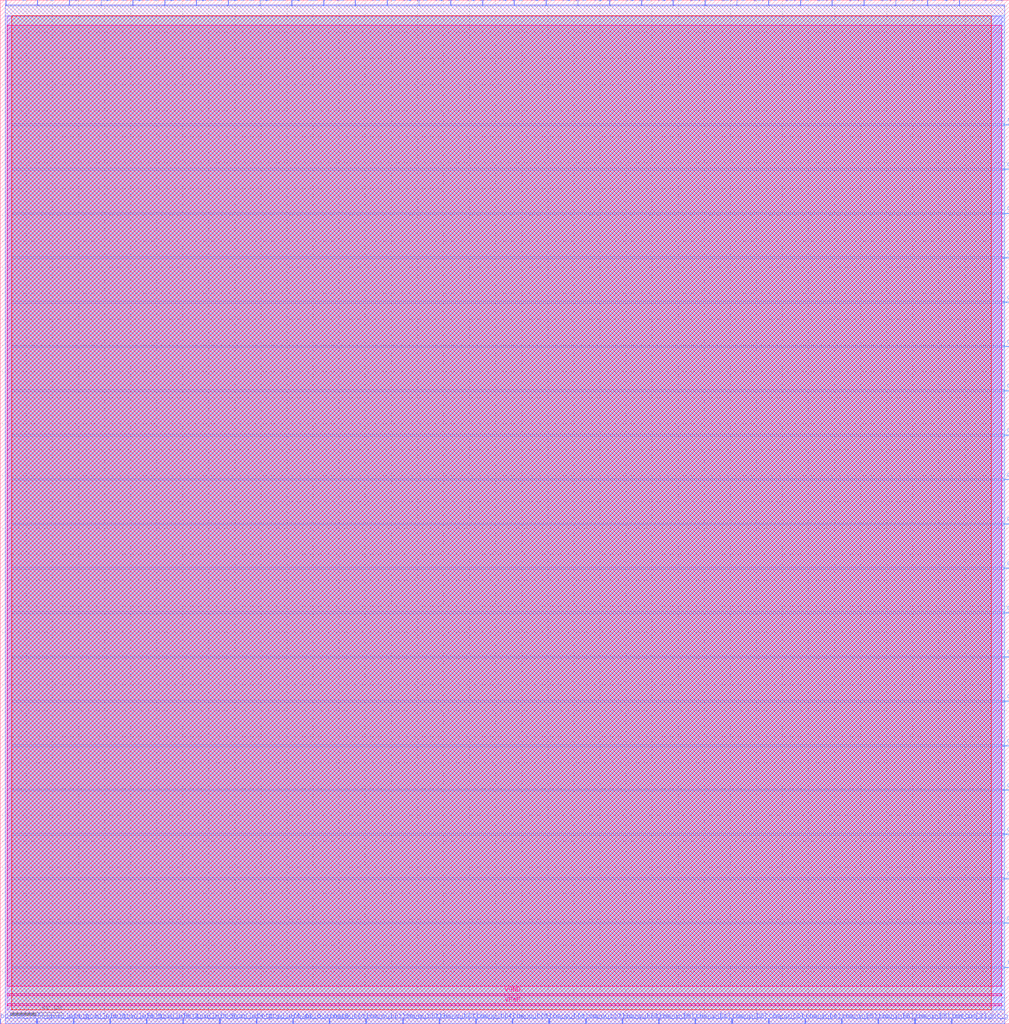
<source format=lef>
VERSION 5.7 ;
  NAMESCASESENSITIVE ON ;
  NOWIREEXTENSIONATPIN ON ;
  DIVIDERCHAR "/" ;
  BUSBITCHARS "[]" ;
UNITS
  DATABASE MICRONS 200 ;
END UNITS

MACRO sb_0__1_
  CLASS BLOCK ;
  FOREIGN sb_0__1_ ;
  ORIGIN 0.000 0.000 ;
  SIZE 773.920 BY 784.730 ;
  PIN ccff_head
    DIRECTION INPUT ;
    PORT
      LAYER met2 ;
        RECT 4.140 780.730 4.420 784.730 ;
    END
  END ccff_head
  PIN top_left_grid_pin_1_
    DIRECTION INPUT ;
    PORT
      LAYER met2 ;
        RECT 28.520 780.730 28.800 784.730 ;
    END
  END top_left_grid_pin_1_
  PIN top_left_grid_pin_3_
    DIRECTION INPUT ;
    PORT
      LAYER met2 ;
        RECT 52.900 780.730 53.180 784.730 ;
    END
  END top_left_grid_pin_3_
  PIN top_left_grid_pin_5_
    DIRECTION INPUT ;
    PORT
      LAYER met2 ;
        RECT 77.280 780.730 77.560 784.730 ;
    END
  END top_left_grid_pin_5_
  PIN top_left_grid_pin_7_
    DIRECTION INPUT ;
    PORT
      LAYER met2 ;
        RECT 101.660 780.730 101.940 784.730 ;
    END
  END top_left_grid_pin_7_
  PIN top_left_grid_pin_9_
    DIRECTION INPUT ;
    PORT
      LAYER met2 ;
        RECT 126.040 780.730 126.320 784.730 ;
    END
  END top_left_grid_pin_9_
  PIN top_left_grid_pin_11_
    DIRECTION INPUT ;
    PORT
      LAYER met2 ;
        RECT 150.420 780.730 150.700 784.730 ;
    END
  END top_left_grid_pin_11_
  PIN top_left_grid_pin_13_
    DIRECTION INPUT ;
    PORT
      LAYER met2 ;
        RECT 174.800 780.730 175.080 784.730 ;
    END
  END top_left_grid_pin_13_
  PIN top_left_grid_pin_15_
    DIRECTION OUTPUT TRISTATE ;
    PORT
      LAYER met2 ;
        RECT 199.180 780.730 199.460 784.730 ;
    END
  END top_left_grid_pin_15_
  PIN pReset
    DIRECTION INPUT ;
    PORT
      LAYER met2 ;
        RECT 223.560 780.730 223.840 784.730 ;
    END
  END pReset
  PIN prog_clk
    DIRECTION INPUT ;
    PORT
      LAYER met2 ;
        RECT 247.940 780.730 248.220 784.730 ;
    END
  END prog_clk
  PIN chany_top_out[0]
    DIRECTION OUTPUT TRISTATE ;
    PORT
      LAYER met2 ;
        RECT 272.320 780.730 272.600 784.730 ;
    END
  END chany_top_out[0]
  PIN chany_top_out[1]
    DIRECTION OUTPUT TRISTATE ;
    PORT
      LAYER met2 ;
        RECT 296.700 780.730 296.980 784.730 ;
    END
  END chany_top_out[1]
  PIN chany_top_out[2]
    DIRECTION OUTPUT TRISTATE ;
    PORT
      LAYER met2 ;
        RECT 321.080 780.730 321.360 784.730 ;
    END
  END chany_top_out[2]
  PIN chany_top_out[3]
    DIRECTION OUTPUT TRISTATE ;
    PORT
      LAYER met2 ;
        RECT 345.460 780.730 345.740 784.730 ;
    END
  END chany_top_out[3]
  PIN chany_top_out[4]
    DIRECTION OUTPUT TRISTATE ;
    PORT
      LAYER met2 ;
        RECT 369.840 780.730 370.120 784.730 ;
    END
  END chany_top_out[4]
  PIN chany_top_out[5]
    DIRECTION OUTPUT TRISTATE ;
    PORT
      LAYER met2 ;
        RECT 394.220 780.730 394.500 784.730 ;
    END
  END chany_top_out[5]
  PIN chany_top_out[6]
    DIRECTION OUTPUT TRISTATE ;
    PORT
      LAYER met2 ;
        RECT 418.600 780.730 418.880 784.730 ;
    END
  END chany_top_out[6]
  PIN chany_top_out[7]
    DIRECTION OUTPUT TRISTATE ;
    PORT
      LAYER met2 ;
        RECT 442.980 780.730 443.260 784.730 ;
    END
  END chany_top_out[7]
  PIN chany_top_out[8]
    DIRECTION OUTPUT TRISTATE ;
    PORT
      LAYER met2 ;
        RECT 467.360 780.730 467.640 784.730 ;
    END
  END chany_top_out[8]
  PIN chany_top_in[0]
    DIRECTION INPUT ;
    PORT
      LAYER met2 ;
        RECT 491.740 780.730 492.020 784.730 ;
    END
  END chany_top_in[0]
  PIN chany_top_in[1]
    DIRECTION INPUT ;
    PORT
      LAYER met2 ;
        RECT 516.120 780.730 516.400 784.730 ;
    END
  END chany_top_in[1]
  PIN chany_top_in[2]
    DIRECTION INPUT ;
    PORT
      LAYER met2 ;
        RECT 540.500 780.730 540.780 784.730 ;
    END
  END chany_top_in[2]
  PIN chany_top_in[3]
    DIRECTION INPUT ;
    PORT
      LAYER met2 ;
        RECT 564.880 780.730 565.160 784.730 ;
    END
  END chany_top_in[3]
  PIN chany_top_in[4]
    DIRECTION INPUT ;
    PORT
      LAYER met2 ;
        RECT 589.260 780.730 589.540 784.730 ;
    END
  END chany_top_in[4]
  PIN chany_top_in[5]
    DIRECTION INPUT ;
    PORT
      LAYER met2 ;
        RECT 613.640 780.730 613.920 784.730 ;
    END
  END chany_top_in[5]
  PIN chany_top_in[6]
    DIRECTION INPUT ;
    PORT
      LAYER met2 ;
        RECT 638.020 780.730 638.300 784.730 ;
    END
  END chany_top_in[6]
  PIN chany_top_in[7]
    DIRECTION INPUT ;
    PORT
      LAYER met2 ;
        RECT 662.400 780.730 662.680 784.730 ;
    END
  END chany_top_in[7]
  PIN chany_top_in[8]
    DIRECTION INPUT ;
    PORT
      LAYER met2 ;
        RECT 686.780 780.730 687.060 784.730 ;
    END
  END chany_top_in[8]
  PIN ccff_tail
    DIRECTION OUTPUT TRISTATE ;
    PORT
      LAYER met2 ;
        RECT 711.160 780.730 711.440 784.730 ;
    END
  END ccff_tail
  PIN top_right_grid_pin_11_
    DIRECTION INPUT ;
    PORT
      LAYER met2 ;
        RECT 735.540 780.730 735.820 784.730 ;
    END
  END top_right_grid_pin_11_
  PIN right_bottom_grid_pin_12_
    DIRECTION INPUT ;
    PORT
      LAYER met3 ;
        RECT 769.920 42.880 773.920 43.480 ;
    END
  END right_bottom_grid_pin_12_
  PIN chanx_right_out[0]
    DIRECTION OUTPUT TRISTATE ;
    PORT
      LAYER met3 ;
        RECT 769.920 76.880 773.920 77.480 ;
    END
  END chanx_right_out[0]
  PIN chanx_right_out[1]
    DIRECTION OUTPUT TRISTATE ;
    PORT
      LAYER met3 ;
        RECT 769.920 110.880 773.920 111.480 ;
    END
  END chanx_right_out[1]
  PIN chanx_right_out[2]
    DIRECTION OUTPUT TRISTATE ;
    PORT
      LAYER met3 ;
        RECT 769.920 144.880 773.920 145.480 ;
    END
  END chanx_right_out[2]
  PIN chanx_right_out[3]
    DIRECTION OUTPUT TRISTATE ;
    PORT
      LAYER met3 ;
        RECT 769.920 178.880 773.920 179.480 ;
    END
  END chanx_right_out[3]
  PIN chanx_right_out[4]
    DIRECTION OUTPUT TRISTATE ;
    PORT
      LAYER met3 ;
        RECT 769.920 212.880 773.920 213.480 ;
    END
  END chanx_right_out[4]
  PIN chanx_right_out[5]
    DIRECTION OUTPUT TRISTATE ;
    PORT
      LAYER met3 ;
        RECT 769.920 246.880 773.920 247.480 ;
    END
  END chanx_right_out[5]
  PIN chanx_right_out[6]
    DIRECTION OUTPUT TRISTATE ;
    PORT
      LAYER met3 ;
        RECT 769.920 280.880 773.920 281.480 ;
    END
  END chanx_right_out[6]
  PIN chanx_right_out[7]
    DIRECTION OUTPUT TRISTATE ;
    PORT
      LAYER met3 ;
        RECT 769.920 314.880 773.920 315.480 ;
    END
  END chanx_right_out[7]
  PIN chanx_right_out[8]
    DIRECTION OUTPUT TRISTATE ;
    PORT
      LAYER met3 ;
        RECT 769.920 348.880 773.920 349.480 ;
    END
  END chanx_right_out[8]
  PIN chanx_right_in[0]
    DIRECTION INPUT ;
    PORT
      LAYER met3 ;
        RECT 769.920 382.880 773.920 383.480 ;
    END
  END chanx_right_in[0]
  PIN chanx_right_in[1]
    DIRECTION INPUT ;
    PORT
      LAYER met3 ;
        RECT 769.920 416.880 773.920 417.480 ;
    END
  END chanx_right_in[1]
  PIN chanx_right_in[2]
    DIRECTION INPUT ;
    PORT
      LAYER met3 ;
        RECT 769.920 450.880 773.920 451.480 ;
    END
  END chanx_right_in[2]
  PIN chanx_right_in[3]
    DIRECTION INPUT ;
    PORT
      LAYER met3 ;
        RECT 769.920 484.880 773.920 485.480 ;
    END
  END chanx_right_in[3]
  PIN chanx_right_in[4]
    DIRECTION INPUT ;
    PORT
      LAYER met3 ;
        RECT 769.920 518.880 773.920 519.480 ;
    END
  END chanx_right_in[4]
  PIN chanx_right_in[5]
    DIRECTION INPUT ;
    PORT
      LAYER met3 ;
        RECT 769.920 552.880 773.920 553.480 ;
    END
  END chanx_right_in[5]
  PIN chanx_right_in[6]
    DIRECTION INPUT ;
    PORT
      LAYER met3 ;
        RECT 769.920 586.880 773.920 587.480 ;
    END
  END chanx_right_in[6]
  PIN chanx_right_in[7]
    DIRECTION INPUT ;
    PORT
      LAYER met3 ;
        RECT 769.920 620.880 773.920 621.480 ;
    END
  END chanx_right_in[7]
  PIN chanx_right_in[8]
    DIRECTION INPUT ;
    PORT
      LAYER met3 ;
        RECT 769.920 654.880 773.920 655.480 ;
    END
  END chanx_right_in[8]
  PIN right_top_grid_pin_10_
    DIRECTION INPUT ;
    PORT
      LAYER met3 ;
        RECT 769.920 688.880 773.920 689.480 ;
    END
  END right_top_grid_pin_10_
  PIN bottom_left_grid_pin_1_
    DIRECTION INPUT ;
    PORT
      LAYER met2 ;
        RECT 0.000 0.000 0.280 4.000 ;
    END
  END bottom_left_grid_pin_1_
  PIN bottom_left_grid_pin_3_
    DIRECTION INPUT ;
    PORT
      LAYER met2 ;
        RECT 28.060 0.000 28.340 4.000 ;
    END
  END bottom_left_grid_pin_3_
  PIN bottom_left_grid_pin_5_
    DIRECTION INPUT ;
    PORT
      LAYER met2 ;
        RECT 56.120 0.000 56.400 4.000 ;
    END
  END bottom_left_grid_pin_5_
  PIN bottom_left_grid_pin_7_
    DIRECTION INPUT ;
    PORT
      LAYER met2 ;
        RECT 84.180 0.000 84.460 4.000 ;
    END
  END bottom_left_grid_pin_7_
  PIN bottom_left_grid_pin_9_
    DIRECTION INPUT ;
    PORT
      LAYER met2 ;
        RECT 112.240 0.000 112.520 4.000 ;
    END
  END bottom_left_grid_pin_9_
  PIN bottom_left_grid_pin_11_
    DIRECTION INPUT ;
    PORT
      LAYER met2 ;
        RECT 140.300 0.000 140.580 4.000 ;
    END
  END bottom_left_grid_pin_11_
  PIN bottom_left_grid_pin_13_
    DIRECTION INPUT ;
    PORT
      LAYER met2 ;
        RECT 168.360 0.000 168.640 4.000 ;
    END
  END bottom_left_grid_pin_13_
  PIN bottom_left_grid_pin_15_
    DIRECTION INPUT ;
    PORT
      LAYER met2 ;
        RECT 196.420 0.000 196.700 4.000 ;
    END
  END bottom_left_grid_pin_15_
  PIN chany_bottom_out[0]
    DIRECTION OUTPUT TRISTATE ;
    PORT
      LAYER met2 ;
        RECT 224.480 0.000 224.760 4.000 ;
    END
  END chany_bottom_out[0]
  PIN chany_bottom_out[1]
    DIRECTION OUTPUT TRISTATE ;
    PORT
      LAYER met2 ;
        RECT 252.540 0.000 252.820 4.000 ;
    END
  END chany_bottom_out[1]
  PIN chany_bottom_out[2]
    DIRECTION OUTPUT TRISTATE ;
    PORT
      LAYER met2 ;
        RECT 280.600 0.000 280.880 4.000 ;
    END
  END chany_bottom_out[2]
  PIN chany_bottom_out[3]
    DIRECTION OUTPUT TRISTATE ;
    PORT
      LAYER met2 ;
        RECT 308.660 0.000 308.940 4.000 ;
    END
  END chany_bottom_out[3]
  PIN chany_bottom_out[4]
    DIRECTION OUTPUT TRISTATE ;
    PORT
      LAYER met2 ;
        RECT 336.720 0.000 337.000 4.000 ;
    END
  END chany_bottom_out[4]
  PIN chany_bottom_out[5]
    DIRECTION OUTPUT TRISTATE ;
    PORT
      LAYER met2 ;
        RECT 364.780 0.000 365.060 4.000 ;
    END
  END chany_bottom_out[5]
  PIN chany_bottom_out[6]
    DIRECTION OUTPUT TRISTATE ;
    PORT
      LAYER met2 ;
        RECT 392.840 0.000 393.120 4.000 ;
    END
  END chany_bottom_out[6]
  PIN chany_bottom_out[7]
    DIRECTION OUTPUT TRISTATE ;
    PORT
      LAYER met2 ;
        RECT 420.900 0.000 421.180 4.000 ;
    END
  END chany_bottom_out[7]
  PIN chany_bottom_out[8]
    DIRECTION OUTPUT TRISTATE ;
    PORT
      LAYER met2 ;
        RECT 448.960 0.000 449.240 4.000 ;
    END
  END chany_bottom_out[8]
  PIN chany_bottom_in[0]
    DIRECTION INPUT ;
    PORT
      LAYER met2 ;
        RECT 477.020 0.000 477.300 4.000 ;
    END
  END chany_bottom_in[0]
  PIN chany_bottom_in[1]
    DIRECTION INPUT ;
    PORT
      LAYER met2 ;
        RECT 505.080 0.000 505.360 4.000 ;
    END
  END chany_bottom_in[1]
  PIN chany_bottom_in[2]
    DIRECTION INPUT ;
    PORT
      LAYER met2 ;
        RECT 533.140 0.000 533.420 4.000 ;
    END
  END chany_bottom_in[2]
  PIN chany_bottom_in[3]
    DIRECTION INPUT ;
    PORT
      LAYER met2 ;
        RECT 561.200 0.000 561.480 4.000 ;
    END
  END chany_bottom_in[3]
  PIN chany_bottom_in[4]
    DIRECTION INPUT ;
    PORT
      LAYER met2 ;
        RECT 589.260 0.000 589.540 4.000 ;
    END
  END chany_bottom_in[4]
  PIN chany_bottom_in[5]
    DIRECTION INPUT ;
    PORT
      LAYER met2 ;
        RECT 617.320 0.000 617.600 4.000 ;
    END
  END chany_bottom_in[5]
  PIN chany_bottom_in[6]
    DIRECTION INPUT ;
    PORT
      LAYER met2 ;
        RECT 645.380 0.000 645.660 4.000 ;
    END
  END chany_bottom_in[6]
  PIN chany_bottom_in[7]
    DIRECTION INPUT ;
    PORT
      LAYER met2 ;
        RECT 673.440 0.000 673.720 4.000 ;
    END
  END chany_bottom_in[7]
  PIN chany_bottom_in[8]
    DIRECTION INPUT ;
    PORT
      LAYER met2 ;
        RECT 701.500 0.000 701.780 4.000 ;
    END
  END chany_bottom_in[8]
  PIN bottom_right_grid_pin_11_
    DIRECTION INPUT ;
    PORT
      LAYER met2 ;
        RECT 729.560 0.000 729.840 4.000 ;
    END
  END bottom_right_grid_pin_11_
  PIN VPWR
    DIRECTION INPUT ;
    USE POWER ;
    PORT
      LAYER met5 ;
        RECT 5.430 13.840 768.110 15.440 ;
    END
  END VPWR
  PIN VGND
    DIRECTION INPUT ;
    USE GROUND ;
    PORT
      LAYER met5 ;
        RECT 5.430 21.340 768.110 22.940 ;
    END
  END VGND
  OBS
      LAYER li1 ;
        RECT 5.430 10.795 768.110 772.565 ;
      LAYER met1 ;
        RECT 3.660 0.040 770.340 772.720 ;
      LAYER met2 ;
        RECT 3.690 780.450 3.860 781.050 ;
        RECT 4.700 780.450 28.240 781.050 ;
        RECT 29.080 780.450 52.620 781.050 ;
        RECT 53.460 780.450 77.000 781.050 ;
        RECT 77.840 780.450 101.380 781.050 ;
        RECT 102.220 780.450 125.760 781.050 ;
        RECT 126.600 780.450 150.140 781.050 ;
        RECT 150.980 780.450 174.520 781.050 ;
        RECT 175.360 780.450 198.900 781.050 ;
        RECT 199.740 780.450 223.280 781.050 ;
        RECT 224.120 780.450 247.660 781.050 ;
        RECT 248.500 780.450 272.040 781.050 ;
        RECT 272.880 780.450 296.420 781.050 ;
        RECT 297.260 780.450 320.800 781.050 ;
        RECT 321.640 780.450 345.180 781.050 ;
        RECT 346.020 780.450 369.560 781.050 ;
        RECT 370.400 780.450 393.940 781.050 ;
        RECT 394.780 780.450 418.320 781.050 ;
        RECT 419.160 780.450 442.700 781.050 ;
        RECT 443.540 780.450 467.080 781.050 ;
        RECT 467.920 780.450 491.460 781.050 ;
        RECT 492.300 780.450 515.840 781.050 ;
        RECT 516.680 780.450 540.220 781.050 ;
        RECT 541.060 780.450 564.600 781.050 ;
        RECT 565.440 780.450 588.980 781.050 ;
        RECT 589.820 780.450 613.360 781.050 ;
        RECT 614.200 780.450 637.740 781.050 ;
        RECT 638.580 780.450 662.120 781.050 ;
        RECT 662.960 780.450 686.500 781.050 ;
        RECT 687.340 780.450 710.880 781.050 ;
        RECT 711.720 780.450 735.260 781.050 ;
        RECT 736.100 780.450 770.320 781.050 ;
        RECT 3.690 4.280 770.320 780.450 ;
        RECT 3.690 0.010 27.780 4.280 ;
        RECT 28.620 0.010 55.840 4.280 ;
        RECT 56.680 0.010 83.900 4.280 ;
        RECT 84.740 0.010 111.960 4.280 ;
        RECT 112.800 0.010 140.020 4.280 ;
        RECT 140.860 0.010 168.080 4.280 ;
        RECT 168.920 0.010 196.140 4.280 ;
        RECT 196.980 0.010 224.200 4.280 ;
        RECT 225.040 0.010 252.260 4.280 ;
        RECT 253.100 0.010 280.320 4.280 ;
        RECT 281.160 0.010 308.380 4.280 ;
        RECT 309.220 0.010 336.440 4.280 ;
        RECT 337.280 0.010 364.500 4.280 ;
        RECT 365.340 0.010 392.560 4.280 ;
        RECT 393.400 0.010 420.620 4.280 ;
        RECT 421.460 0.010 448.680 4.280 ;
        RECT 449.520 0.010 476.740 4.280 ;
        RECT 477.580 0.010 504.800 4.280 ;
        RECT 505.640 0.010 532.860 4.280 ;
        RECT 533.700 0.010 560.920 4.280 ;
        RECT 561.760 0.010 588.980 4.280 ;
        RECT 589.820 0.010 617.040 4.280 ;
        RECT 617.880 0.010 645.100 4.280 ;
        RECT 645.940 0.010 673.160 4.280 ;
        RECT 674.000 0.010 701.220 4.280 ;
        RECT 702.060 0.010 729.280 4.280 ;
        RECT 730.120 0.010 770.320 4.280 ;
      LAYER met3 ;
        RECT 8.630 689.880 770.560 772.645 ;
        RECT 8.630 688.480 769.520 689.880 ;
        RECT 8.630 655.880 770.560 688.480 ;
        RECT 8.630 654.480 769.520 655.880 ;
        RECT 8.630 621.880 770.560 654.480 ;
        RECT 8.630 620.480 769.520 621.880 ;
        RECT 8.630 587.880 770.560 620.480 ;
        RECT 8.630 586.480 769.520 587.880 ;
        RECT 8.630 553.880 770.560 586.480 ;
        RECT 8.630 552.480 769.520 553.880 ;
        RECT 8.630 519.880 770.560 552.480 ;
        RECT 8.630 518.480 769.520 519.880 ;
        RECT 8.630 485.880 770.560 518.480 ;
        RECT 8.630 484.480 769.520 485.880 ;
        RECT 8.630 451.880 770.560 484.480 ;
        RECT 8.630 450.480 769.520 451.880 ;
        RECT 8.630 417.880 770.560 450.480 ;
        RECT 8.630 416.480 769.520 417.880 ;
        RECT 8.630 383.880 770.560 416.480 ;
        RECT 8.630 382.480 769.520 383.880 ;
        RECT 8.630 349.880 770.560 382.480 ;
        RECT 8.630 348.480 769.520 349.880 ;
        RECT 8.630 315.880 770.560 348.480 ;
        RECT 8.630 314.480 769.520 315.880 ;
        RECT 8.630 281.880 770.560 314.480 ;
        RECT 8.630 280.480 769.520 281.880 ;
        RECT 8.630 247.880 770.560 280.480 ;
        RECT 8.630 246.480 769.520 247.880 ;
        RECT 8.630 213.880 770.560 246.480 ;
        RECT 8.630 212.480 769.520 213.880 ;
        RECT 8.630 179.880 770.560 212.480 ;
        RECT 8.630 178.480 769.520 179.880 ;
        RECT 8.630 145.880 770.560 178.480 ;
        RECT 8.630 144.480 769.520 145.880 ;
        RECT 8.630 111.880 770.560 144.480 ;
        RECT 8.630 110.480 769.520 111.880 ;
        RECT 8.630 77.880 770.560 110.480 ;
        RECT 8.630 76.480 769.520 77.880 ;
        RECT 8.630 43.880 770.560 76.480 ;
        RECT 8.630 42.480 769.520 43.880 ;
        RECT 8.630 10.715 770.560 42.480 ;
      LAYER met4 ;
        RECT 8.630 10.640 760.230 772.720 ;
      LAYER met5 ;
        RECT 5.430 28.840 768.110 765.440 ;
  END
END sb_0__1_
END LIBRARY


</source>
